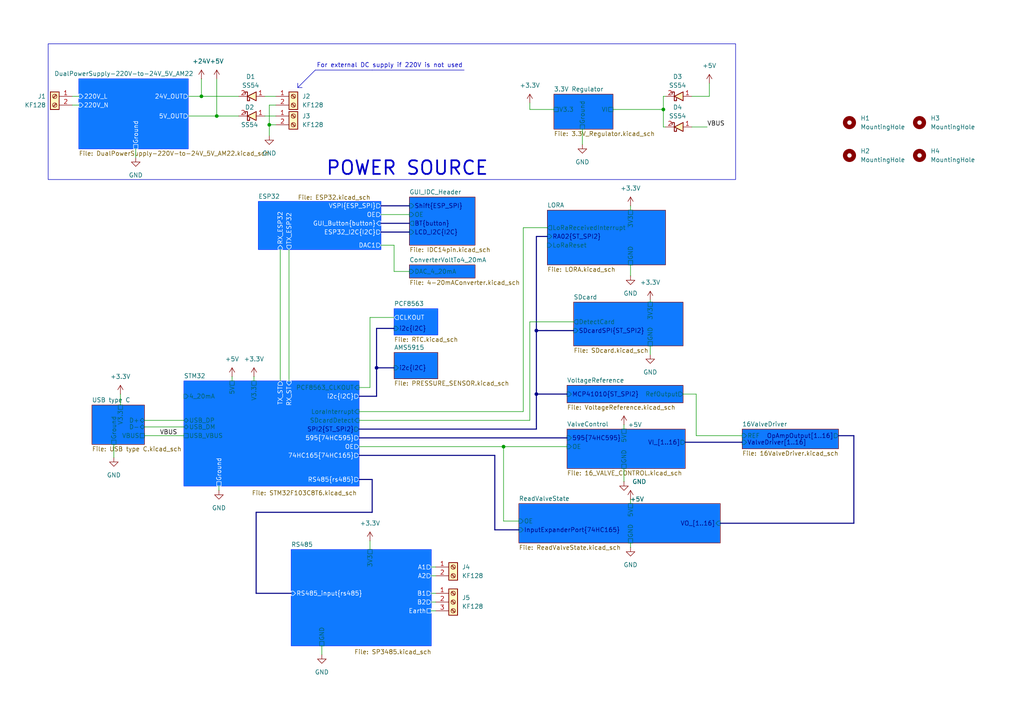
<source format=kicad_sch>
(kicad_sch (version 20231120) (generator "eeschema") (generator_version "8.0")
  (paper "A4")
  (lib_symbols
    (symbol "SpiritBoi_Library:D_Schottky"
      (property "Reference" "D" (at -2.54 2.54 0))
      (property "Value" "D_Schottky" (at 0 -2.54 0))
      (symbol "D_Schottky_0_1"
        (polyline (pts (xy 2.54 1.27) (xy 2.54 -1.27) (xy 0 0) (xy 2.54 1.27)) (stroke (width 0.254)) (fill (type background)))
        (polyline (pts (xy -0.635 0.635) (xy -0.635 1.27) (xy 0 1.27) (xy 0 -1.27) (xy 0.635 -1.27) (xy 0.635 -0.635)) (stroke (width 0.254)))
      )
      (symbol "D_Schottky_1_1"
        (pin passive line (at 5.08 0 180) (length 2.54) (name "") (number "1"))
        (pin passive line (at -2.54 0 0) (length 2.54) (name "") (number "2"))
      )
    )
    (symbol "SpiritBoi_Library:MountingHole" (pin_names (offset 1.016))
      (property "Reference" "H" (at 0 5.08 0))
      (property "Value" "MountingHole" (at 0 3.175 0))
      (symbol "MountingHole_0_1"
        (circle (center 0 0) (radius 1.27) (stroke (width 1.27)))
      )
    )
    (symbol "SpiritBoi_Library:Screw_Terminal_01x02" (pin_names (offset 1.016) hide)
      (property "Reference" "J" (at 0 2.54 0))
      (property "Value" "Screw_Terminal_01x02" (at 0 -5.08 0))
      (symbol "Screw_Terminal_01x02_1_1"
        (rectangle (start -1.27 1.27) (end 1.27 -3.81) (stroke (width 0.254)) (fill (type background)))
        (circle (center 0 -2.54) (radius 0.635) (stroke (width 0.1524)))
        (polyline (pts (xy -0.5334 -2.2098) (xy 0.3302 -3.048)) (stroke (width 0.1524)))
        (polyline (pts (xy -0.5334 0.3302) (xy 0.3302 -0.508)) (stroke (width 0.1524)))
        (polyline (pts (xy -0.3556 -2.032) (xy 0.508 -2.8702)) (stroke (width 0.1524)))
        (polyline (pts (xy -0.3556 0.508) (xy 0.508 -0.3302)) (stroke (width 0.1524)))
        (circle (center 0 0) (radius 0.635) (stroke (width 0.1524)))
        (pin passive line (at -5.08 0 0) (length 3.81) (name "Pin_1") (number "1"))
        (pin passive line (at -5.08 -2.54 0) (length 3.81) (name "Pin_2") (number "2"))
      )
    )
    (symbol "SpiritBoi_Library:Screw_Terminal_01x03" (pin_names (offset 1.016) hide)
      (property "Reference" "J" (at 0 5.08 0))
      (property "Value" "Screw_Terminal_01x03" (at 0 -5.08 0))
      (symbol "Screw_Terminal_01x03_1_1"
        (rectangle (start -1.27 3.81) (end 1.27 -3.81) (stroke (width 0.254)) (fill (type background)))
        (circle (center 0 -2.54) (radius 0.635) (stroke (width 0.1524)))
        (polyline (pts (xy -0.5334 -2.2098) (xy 0.3302 -3.048)) (stroke (width 0.1524)))
        (polyline (pts (xy -0.5334 0.3302) (xy 0.3302 -0.508)) (stroke (width 0.1524)))
        (polyline (pts (xy -0.5334 2.8702) (xy 0.3302 2.032)) (stroke (width 0.1524)))
        (polyline (pts (xy -0.3556 -2.032) (xy 0.508 -2.8702)) (stroke (width 0.1524)))
        (polyline (pts (xy -0.3556 0.508) (xy 0.508 -0.3302)) (stroke (width 0.1524)))
        (polyline (pts (xy -0.3556 3.048) (xy 0.508 2.2098)) (stroke (width 0.1524)))
        (circle (center 0 0) (radius 0.635) (stroke (width 0.1524)))
        (circle (center 0 2.54) (radius 0.635) (stroke (width 0.1524)))
        (pin passive line (at -5.08 2.54 0) (length 3.81) (name "Pin_1") (number "1"))
        (pin passive line (at -5.08 0 0) (length 3.81) (name "Pin_2") (number "2"))
        (pin passive line (at -5.08 -2.54 0) (length 3.81) (name "Pin_3") (number "3"))
      )
    )
    (symbol "power:+24V" (power) (pin_numbers hide) (pin_names (offset 0) hide)
      (property "Value" "+24V" (at 0 3.556 0))
      (symbol "+24V_0_1"
        (polyline (pts (xy -0.762 1.27) (xy 0 2.54)))
        (polyline (pts (xy 0 0) (xy 0 2.54)))
        (polyline (pts (xy 0 2.54) (xy 0.762 1.27)))
      )
      (symbol "+24V_1_1"
        (pin power_in line (at 0 0 90) (length 0) (name "~") (number "1"))
      )
    )
    (symbol "power:+3.3V" (power) (pin_numbers hide) (pin_names (offset 0) hide)
      (property "Value" "+3.3V" (at 0 3.556 0))
      (symbol "+3.3V_0_1"
        (polyline (pts (xy -0.762 1.27) (xy 0 2.54)))
        (polyline (pts (xy 0 0) (xy 0 2.54)))
        (polyline (pts (xy 0 2.54) (xy 0.762 1.27)))
      )
      (symbol "+3.3V_1_1"
        (pin power_in line (at 0 0 90) (length 0) (name "~") (number "1"))
      )
    )
    (symbol "power:+5V" (power) (pin_numbers hide) (pin_names (offset 0) hide)
      (property "Value" "+5V" (at 0 3.556 0))
      (symbol "+5V_0_1"
        (polyline (pts (xy -0.762 1.27) (xy 0 2.54)))
        (polyline (pts (xy 0 0) (xy 0 2.54)))
        (polyline (pts (xy 0 2.54) (xy 0.762 1.27)))
      )
      (symbol "+5V_1_1"
        (pin power_in line (at 0 0 90) (length 0) (name "~") (number "1"))
      )
    )
    (symbol "power:GND" (power) (pin_numbers hide) (pin_names (offset 0) hide)
      (property "Value" "GND" (at 0 -3.81 0))
      (symbol "GND_0_1"
        (polyline (pts (xy 0 0) (xy 0 -1.27) (xy 1.27 -1.27) (xy 0 -2.54) (xy -1.27 -1.27) (xy 0 -1.27)))
      )
      (symbol "GND_1_1"
        (pin power_in line (at 0 0 270) (length 0) (name "~") (number "1"))
      )
    )
  )
  (junction (at 155.575 114.3))
  (junction (at 62.865 33.655))
  (junction (at 109.22 106.68))
  (junction (at 78.105 36.195))
  (junction (at 146.05 129.54))
  (junction (at 155.575 95.885))
  (junction (at 58.42 27.94))
  (junction (at 192.405 31.75))
  (wire (pts (xy 76.835 27.94) (xy 80.01 27.94)))
  (wire (pts (xy 180.975 123.19) (xy 180.975 124.46)))
  (wire (pts (xy 81.28 72.39) (xy 81.28 110.49)))
  (wire (pts (xy 54.61 33.655) (xy 62.865 33.655)))
  (wire (pts (xy 67.31 109.22) (xy 67.31 110.49)))
  (wire (pts (xy 33.02 128.905) (xy 33.02 132.715)))
  (wire (pts (xy 104.14 129.54) (xy 146.05 129.54)))
  (wire (pts (xy 180.975 135.89) (xy 180.975 139.7)))
  (wire (pts (xy 34.925 114.3) (xy 34.925 117.475)))
  (wire (pts (xy 200.66 27.94) (xy 205.74 27.94)))
  (wire (pts (xy 62.865 33.655) (xy 69.215 33.655)))
  (bus (pts (xy 104.14 127) (xy 164.465 127)))
  (bus (pts (xy 114.3 95.25) (xy 109.22 95.25)))
  (wire (pts (xy 205.74 27.94) (xy 205.74 24.13)))
  (wire (pts (xy 188.595 86.995) (xy 188.595 87.63)))
  (wire (pts (xy 114.3 92.075) (xy 107.315 92.075)))
  (bus (pts (xy 198.755 128.27) (xy 215.265 128.27)))
  (wire (pts (xy 62.865 22.86) (xy 62.865 33.655)))
  (bus (pts (xy 74.295 148.59) (xy 74.295 172.085)))
  (bus (pts (xy 155.575 68.58) (xy 155.575 95.885)))
  (bus (pts (xy 107.95 148.59) (xy 74.295 148.59)))
  (polyline (pts (xy 86.36 24.13) (xy 86.36 25.4)))
  (wire (pts (xy 58.42 27.94) (xy 69.215 27.94)))
  (bus (pts (xy 155.575 95.885) (xy 155.575 114.3)))
  (wire (pts (xy 166.37 93.345) (xy 153.67 93.345)))
  (wire (pts (xy 41.91 121.92) (xy 53.34 121.92)))
  (wire (pts (xy 114.3 78.74) (xy 118.745 78.74)))
  (bus (pts (xy 243.205 126.365) (xy 247.65 126.365)))
  (bus (pts (xy 110.49 64.77) (xy 118.745 64.77)))
  (wire (pts (xy 110.49 71.12) (xy 114.3 71.12)))
  (bus (pts (xy 114.3 106.68) (xy 109.22 106.68)))
  (wire (pts (xy 146.05 151.13) (xy 146.05 129.54)))
  (bus (pts (xy 155.575 114.3) (xy 155.575 124.46)))
  (wire (pts (xy 146.05 129.54) (xy 164.465 129.54)))
  (wire (pts (xy 153.67 29.845) (xy 153.67 31.75)))
  (wire (pts (xy 150.495 151.13) (xy 146.05 151.13)))
  (bus (pts (xy 110.49 67.31) (xy 118.745 67.31)))
  (polyline (pts (xy 91.44 20.32) (xy 107.95 20.32)))
  (bus (pts (xy 104.14 124.46) (xy 155.575 124.46)))
  (bus (pts (xy 107.95 139.065) (xy 107.95 148.59)))
  (wire (pts (xy 153.67 93.345) (xy 153.67 121.92)))
  (wire (pts (xy 125.095 174.625) (xy 126.365 174.625)))
  (wire (pts (xy 41.91 126.365) (xy 53.34 126.365)))
  (wire (pts (xy 73.66 109.22) (xy 73.66 110.49)))
  (wire (pts (xy 182.88 76.835) (xy 182.88 80.01)))
  (wire (pts (xy 192.405 27.94) (xy 193.04 27.94)))
  (polyline (pts (xy 107.95 20.32) (xy 134.62 20.32)))
  (bus (pts (xy 104.14 132.08) (xy 143.51 132.08)))
  (wire (pts (xy 201.93 114.3) (xy 198.12 114.3)))
  (wire (pts (xy 182.88 59.69) (xy 182.88 60.96)))
  (wire (pts (xy 188.595 100.33) (xy 188.595 102.87)))
  (wire (pts (xy 205.105 36.83) (xy 200.66 36.83)))
  (wire (pts (xy 107.315 156.845) (xy 107.315 159.385)))
  (bus (pts (xy 74.295 172.085) (xy 84.455 172.085)))
  (bus (pts (xy 109.22 95.25) (xy 109.22 106.68)))
  (wire (pts (xy 168.91 37.465) (xy 168.91 41.91)))
  (wire (pts (xy 177.8 31.75) (xy 192.405 31.75)))
  (wire (pts (xy 201.93 126.365) (xy 215.265 126.365)))
  (bus (pts (xy 143.51 153.67) (xy 150.495 153.67)))
  (bus (pts (xy 247.65 151.765) (xy 208.915 151.765)))
  (polyline (pts (xy 86.36 25.4) (xy 87.63 25.4)))
  (wire (pts (xy 192.405 36.83) (xy 193.04 36.83)))
  (wire (pts (xy 39.37 43.18) (xy 39.37 45.72)))
  (wire (pts (xy 54.61 27.94) (xy 58.42 27.94)))
  (wire (pts (xy 83.82 72.39) (xy 83.82 110.49)))
  (wire (pts (xy 125.095 164.465) (xy 126.365 164.465)))
  (wire (pts (xy 201.93 126.365) (xy 201.93 114.3)))
  (wire (pts (xy 41.91 123.825) (xy 53.34 123.825)))
  (wire (pts (xy 107.315 92.075) (xy 107.315 112.395)))
  (bus (pts (xy 155.575 68.58) (xy 158.75 68.58)))
  (bus (pts (xy 247.65 126.365) (xy 247.65 151.765)))
  (wire (pts (xy 158.75 66.04) (xy 151.765 66.04)))
  (wire (pts (xy 78.105 30.48) (xy 78.105 36.195)))
  (wire (pts (xy 153.67 31.75) (xy 160.655 31.75)))
  (wire (pts (xy 20.955 27.94) (xy 22.86 27.94)))
  (wire (pts (xy 20.955 30.48) (xy 22.86 30.48)))
  (bus (pts (xy 155.575 95.885) (xy 166.37 95.885)))
  (wire (pts (xy 63.5 140.97) (xy 63.5 142.24)))
  (wire (pts (xy 93.345 187.325) (xy 93.345 189.865)))
  (bus (pts (xy 143.51 132.08) (xy 143.51 153.67)))
  (bus (pts (xy 109.22 114.935) (xy 104.14 114.935)))
  (wire (pts (xy 153.67 121.92) (xy 104.14 121.92)))
  (wire (pts (xy 125.095 172.085) (xy 126.365 172.085)))
  (wire (pts (xy 182.88 157.48) (xy 182.88 158.75)))
  (wire (pts (xy 78.105 36.195) (xy 78.105 39.37)))
  (wire (pts (xy 58.42 22.86) (xy 58.42 27.94)))
  (wire (pts (xy 151.765 66.04) (xy 151.765 119.38)))
  (wire (pts (xy 151.765 119.38) (xy 104.14 119.38)))
  (wire (pts (xy 192.405 31.75) (xy 192.405 36.83)))
  (wire (pts (xy 80.01 30.48) (xy 78.105 30.48)))
  (bus (pts (xy 109.22 106.68) (xy 109.22 114.935)))
  (wire (pts (xy 192.405 27.94) (xy 192.405 31.75)))
  (wire (pts (xy 114.3 71.12) (xy 114.3 78.74)))
  (wire (pts (xy 78.105 36.195) (xy 80.01 36.195)))
  (wire (pts (xy 107.315 112.395) (xy 104.14 112.395)))
  (bus (pts (xy 104.14 139.065) (xy 107.95 139.065)))
  (wire (pts (xy 125.095 177.165) (xy 126.365 177.165)))
  (wire (pts (xy 182.88 144.78) (xy 182.88 146.05)))
  (wire (pts (xy 76.835 33.655) (xy 80.01 33.655)))
  (wire (pts (xy 110.49 62.23) (xy 118.745 62.23)))
  (polyline (pts (xy 86.36 25.4) (xy 91.44 20.32)))
  (wire (pts (xy 125.095 167.005) (xy 126.365 167.005)))
  (bus (pts (xy 110.49 59.69) (xy 118.745 59.69)))
  (bus (pts (xy 155.575 114.3) (xy 164.465 114.3)))
  (rectangle (start 13.97 12.7) (end 213.36 52.07))
  (text "POWER SOURCE" (at 118.11 48.895 0) (effects (font (size 3.96 3.96) (thickness 0.508) (bold yes))))
  (text "For external DC supply if 220V is not used" (at 113.03 19.05 0) (effects (font (size 1.27 1.27))))
  (label "VBUS" (at 205.105 36.83 0))
  (label "VBUS" (at 51.435 126.365 180))
  (symbol (lib_id "power:+3.3V") (at 188.595 86.995 0) (unit 1)
    (property "Reference" "#PWR019" (effects (hide yes)))
    (property "Value" "+3.3V" (at 188.595 81.915 0))
    (property "Description" "Power symbol creates a global label with name \"+3.3V\"" (effects (hide yes)))
  )
  (symbol (lib_id "SpiritBoi_Library:MountingHole") (at 266.7 35.56 0) (unit 1)
    (property "Reference" "H3" (at 269.875 34.2899 0) (effects (justify left)))
    (property "Value" "MountingHole" (at 269.875 36.8299 0) (effects (justify left)))
    (property "Footprint" "MountingHole:MountingHole_3.2mm_M3" (effects (hide yes)))
    (property "Description" "Mounting Hole without connection" (effects (hide yes)))
  )
  (symbol (lib_id "power:+24V") (at 58.42 22.86 0) (unit 1)
    (property "Reference" "#PWR04" (effects (hide yes)))
    (property "Value" "+24V" (at 58.42 17.78 0))
    (property "Description" "Power symbol creates a global label with name \"+24V\"" (effects (hide yes)))
  )
  (symbol (lib_id "power:+3.3V") (at 73.66 109.22 0) (unit 1)
    (property "Reference" "#PWR07" (effects (hide yes)))
    (property "Value" "+3.3V" (at 73.66 104.14 0))
    (property "Description" "Power symbol creates a global label with name \"+3.3V\"" (effects (hide yes)))
  )
  (symbol (lib_id "SpiritBoi_Library:Screw_Terminal_01x02") (at 85.09 33.655 0) (unit 1)
    (property "Reference" "J3" (at 87.63 33.6549 0) (effects (justify left)))
    (property "Value" "KF128" (at 87.63 36.1949 0) (effects (justify left)))
    (property "Footprint" "SpiritBoi_Footprint_Library:TerminalBlock_bornier-2_P5.08mm" (effects (hide yes)))
    (property "Description" "Generic screw terminal, single row, 01x02, script generated (kicad-library-utils/schlib/autogen/connector/)" (effects (hide yes)))
  )
  (symbol (lib_id "power:GND") (at 33.02 132.715 0) (mirror y) (unit 1)
    (property "Reference" "#PWR01" (effects (hide yes)))
    (property "Value" "GND" (at 33.02 137.795 0))
    (property "Description" "Power symbol creates a global label with name \"GND\" , ground" (effects (hide yes)))
  )
  (symbol (lib_id "power:+5V") (at 62.865 22.86 0) (unit 1)
    (property "Reference" "#PWR05" (effects (hide yes)))
    (property "Value" "+5V" (at 62.865 17.78 0))
    (property "Description" "Power symbol creates a global label with name \"+5V\"" (effects (hide yes)))
  )
  (symbol (lib_id "SpiritBoi_Library:MountingHole") (at 246.38 35.56 0) (unit 1)
    (property "Reference" "H1" (at 249.555 34.2899 0) (effects (justify left)))
    (property "Value" "MountingHole" (at 249.555 36.8299 0) (effects (justify left)))
    (property "Footprint" "MountingHole:MountingHole_3.2mm_M3" (effects (hide yes)))
    (property "Description" "Mounting Hole without connection" (effects (hide yes)))
  )
  (symbol (lib_id "power:+5V") (at 205.74 24.13 0) (unit 1)
    (property "Reference" "#PWR021" (effects (hide yes)))
    (property "Value" "+5V" (at 205.74 19.05 0))
    (property "Description" "Power symbol creates a global label with name \"+5V\"" (effects (hide yes)))
  )
  (symbol (lib_id "SpiritBoi_Library:Screw_Terminal_01x02") (at 131.445 164.465 0) (unit 1)
    (property "Reference" "J4" (at 133.985 164.4649 0) (effects (justify left)))
    (property "Value" "KF128" (at 133.985 167.0049 0) (effects (justify left)))
    (property "Footprint" "SpiritBoi_Footprint_Library:TerminalBlock_bornier-2_P5.08mm" (effects (hide yes)))
    (property "Description" "Generic screw terminal, single row, 01x02, script generated (kicad-library-utils/schlib/autogen/connector/)" (effects (hide yes)))
  )
  (symbol (lib_id "SpiritBoi_Library:Screw_Terminal_01x02") (at 15.875 27.94 0) (mirror y) (unit 1)
    (property "Reference" "J1" (at 13.335 27.9399 0) (effects (justify left)))
    (property "Value" "KF128" (at 13.335 30.4799 0) (effects (justify left)))
    (property "Footprint" "SpiritBoi_Footprint_Library:TerminalBlock_bornier-2_P5.08mm" (effects (hide yes)))
    (property "Description" "Generic screw terminal, single row, 01x02, script generated (kicad-library-utils/schlib/autogen/connector/)" (effects (hide yes)))
  )
  (symbol (lib_id "power:GND") (at 182.88 158.75 0) (unit 1)
    (property "Reference" "#PWR018" (effects (hide yes)))
    (property "Value" "GND" (at 182.88 163.83 0))
    (property "Description" "Power symbol creates a global label with name \"GND\" , ground" (effects (hide yes)))
  )
  (symbol (lib_id "power:GND") (at 188.595 102.87 0) (unit 1)
    (property "Reference" "#PWR020" (effects (hide yes)))
    (property "Value" "GND" (at 188.595 107.95 0))
    (property "Description" "Power symbol creates a global label with name \"GND\" , ground" (effects (hide yes)))
  )
  (symbol (lib_id "power:+3.3V") (at 34.925 114.3 0) (mirror y) (unit 1)
    (property "Reference" "#PWR02" (effects (hide yes)))
    (property "Value" "+3.3V" (at 34.925 109.22 0))
    (property "Description" "Power symbol creates a global label with name \"+3.3V\"" (effects (hide yes)))
  )
  (symbol (lib_id "power:GND") (at 182.88 80.01 0) (unit 1)
    (property "Reference" "#PWR016" (effects (hide yes)))
    (property "Value" "GND" (at 182.88 85.09 0))
    (property "Description" "Power symbol creates a global label with name \"GND\" , ground" (effects (hide yes)))
  )
  (symbol (lib_id "power:+3.3V") (at 182.88 59.69 0) (unit 1)
    (property "Reference" "#PWR015" (effects (hide yes)))
    (property "Value" "+3.3V" (at 182.88 54.61 0))
    (property "Description" "Power symbol creates a global label with name \"+3.3V\"" (effects (hide yes)))
  )
  (symbol (lib_id "power:+5V") (at 180.975 123.19 0) (unit 1)
    (property "Reference" "#PWR013" (effects (hide yes)))
    (property "Value" "+5V" (at 184.15 123.19 0))
    (property "Description" "Power symbol creates a global label with name \"+5V\"" (effects (hide yes)))
  )
  (symbol (lib_id "power:+5V") (at 67.31 109.22 0) (unit 1)
    (property "Reference" "#PWR0125" (effects (hide yes)))
    (property "Value" "+5V" (at 67.31 104.14 0))
    (property "Description" "Power symbol creates a global label with name \"+5V\"" (effects (hide yes)))
  )
  (symbol (lib_id "SpiritBoi_Library:MountingHole") (at 266.7 45.085 0) (unit 1)
    (property "Reference" "H4" (at 269.875 43.8149 0) (effects (justify left)))
    (property "Value" "MountingHole" (at 269.875 46.3549 0) (effects (justify left)))
    (property "Footprint" "MountingHole:MountingHole_3.2mm_M3" (effects (hide yes)))
    (property "Description" "Mounting Hole without connection" (effects (hide yes)))
  )
  (symbol (lib_id "power:GND") (at 63.5 142.24 0) (unit 1)
    (property "Reference" "#PWR06" (effects (hide yes)))
    (property "Value" "GND" (at 63.5 147.32 0))
    (property "Description" "Power symbol creates a global label with name \"GND\" , ground" (effects (hide yes)))
  )
  (symbol (lib_id "SpiritBoi_Library:D_Schottky") (at 71.755 33.655 0) (unit 1)
    (property "Reference" "D2" (at 72.39 31.115 0))
    (property "Value" "SS54" (at 72.39 36.195 0))
    (property "Footprint" "SpiritBoi_Footprint_Library:Package-Diode-D_SMA" (effects (hide yes)))
  )
  (symbol (lib_id "power:+3.3V") (at 107.315 156.845 0) (unit 1)
    (property "Reference" "#PWR010" (effects (hide yes)))
    (property "Value" "+3.3V" (at 107.315 151.765 0))
    (property "Description" "Power symbol creates a global label with name \"+3.3V\"" (effects (hide yes)))
  )
  (symbol (lib_id "power:GND") (at 78.105 39.37 0) (unit 1)
    (property "Reference" "#PWR08" (effects (hide yes)))
    (property "Value" "GND" (at 78.105 44.45 0))
    (property "Description" "Power symbol creates a global label with name \"GND\" , ground" (effects (hide yes)))
  )
  (symbol (lib_id "power:+3.3V") (at 153.67 29.845 0) (unit 1)
    (property "Reference" "#PWR011" (effects (hide yes)))
    (property "Value" "+3.3V" (at 153.67 24.765 0))
    (property "Description" "Power symbol creates a global label with name \"+3.3V\"" (effects (hide yes)))
  )
  (symbol (lib_id "SpiritBoi_Library:MountingHole") (at 246.38 45.085 0) (unit 1)
    (property "Reference" "H2" (at 249.555 43.8149 0) (effects (justify left)))
    (property "Value" "MountingHole" (at 249.555 46.3549 0) (effects (justify left)))
    (property "Footprint" "MountingHole:MountingHole_3.2mm_M3" (effects (hide yes)))
    (property "Description" "Mounting Hole without connection" (effects (hide yes)))
  )
  (symbol (lib_id "power:+5V") (at 182.88 144.78 0) (unit 1)
    (property "Reference" "#PWR017" (effects (hide yes)))
    (property "Value" "+5V" (at 184.785 144.78 0))
    (property "Description" "Power symbol creates a global label with name \"+5V\"" (effects (hide yes)))
  )
  (symbol (lib_id "SpiritBoi_Library:Screw_Terminal_01x03") (at 131.445 174.625 0) (unit 1)
    (property "Reference" "J5" (at 133.985 173.3549 0) (effects (justify left)))
    (property "Value" "KF128" (at 133.985 175.8949 0) (effects (justify left)))
    (property "Footprint" "SpiritBoi_Footprint_Library:TerminalBlock_bornier-3_P5.08mm" (effects (hide yes)))
    (property "Description" "Generic screw terminal, single row, 01x03, script generated (kicad-library-utils/schlib/autogen/connector/)" (effects (hide yes)))
  )
  (symbol (lib_id "power:GND") (at 168.91 41.91 0) (unit 1)
    (property "Reference" "#PWR012" (effects (hide yes)))
    (property "Value" "GND" (at 168.91 46.99 0))
    (property "Description" "Power symbol creates a global label with name \"GND\" , ground" (effects (hide yes)))
  )
  (symbol (lib_id "power:GND") (at 93.345 189.865 0) (unit 1)
    (property "Reference" "#PWR09" (effects (hide yes)))
    (property "Value" "GND" (at 93.345 194.945 0))
    (property "Description" "Power symbol creates a global label with name \"GND\" , ground" (effects (hide yes)))
  )
  (symbol (lib_id "power:GND") (at 180.975 139.7 0) (unit 1)
    (property "Reference" "#PWR014" (effects (hide yes)))
    (property "Value" "GND" (at 185.42 139.7 0))
    (property "Description" "Power symbol creates a global label with name \"GND\" , ground" (effects (hide yes)))
  )
  (symbol (lib_id "SpiritBoi_Library:D_Schottky") (at 195.58 36.83 0) (unit 1)
    (property "Reference" "D4" (at 196.5325 31.115 0))
    (property "Value" "SS54" (at 196.5325 33.655 0))
    (property "Footprint" "SpiritBoi_Footprint_Library:Package-Diode-D_SMA" (effects (hide yes)))
  )
  (symbol (lib_id "SpiritBoi_Library:D_Schottky") (at 195.58 27.94 0) (unit 1)
    (property "Reference" "D3" (at 196.5325 22.225 0))
    (property "Value" "SS54" (at 196.5325 24.765 0))
    (property "Footprint" "SpiritBoi_Footprint_Library:Package-Diode-D_SMA" (effects (hide yes)))
  )
  (symbol (lib_id "SpiritBoi_Library:Screw_Terminal_01x02") (at 85.09 27.94 0) (unit 1)
    (property "Reference" "J2" (at 87.63 27.9399 0) (effects (justify left)))
    (property "Value" "KF128" (at 87.63 30.4799 0) (effects (justify left)))
    (property "Footprint" "SpiritBoi_Footprint_Library:TerminalBlock_bornier-2_P5.08mm" (effects (hide yes)))
    (property "Description" "Generic screw terminal, single row, 01x02, script generated (kicad-library-utils/schlib/autogen/connector/)" (effects (hide yes)))
  )
  (symbol (lib_id "power:GND") (at 39.37 45.72 0) (unit 1)
    (property "Reference" "#PWR03" (effects (hide yes)))
    (property "Value" "GND" (at 39.37 50.8 0))
    (property "Description" "Power symbol creates a global label with name \"GND\" , ground" (effects (hide yes)))
  )
  (symbol (lib_id "SpiritBoi_Library:D_Schottky") (at 71.755 27.94 0) (unit 1)
    (property "Reference" "D1" (at 72.7075 22.225 0))
    (property "Value" "SS54" (at 72.7075 24.765 0))
    (property "Footprint" "SpiritBoi_Footprint_Library:Package-Diode-D_SMA" (effects (hide yes)))
  )
  (sheet (at 118.745 57.15) (size 19.05 13.97) (stroke (width 0.1524)) (fill (color 15 122 255 1.0000))
    (property "Sheetname" "GUI_IDC_Header" (at 118.745 56.4384 0) (effects (justify left bottom)))
    (property "Sheetfile" "IDC14pin.kicad_sch" (at 118.745 71.7046 0) (effects (justify left top)))
    (pin "Shift{ESP_SPI}" input (at 118.745 59.69 180))
    (pin "LCD_I2C{I2C}" input (at 118.745 67.31 180))
    (pin "OE" input (at 118.745 62.23 180))
    (pin "BT{button}" output (at 118.745 64.77 180))
  )
  (sheet (at 166.37 87.63) (size 31.75 12.7) (stroke (width 0.1524)) (fill (color 15 122 255 1.0000))
    (property "Sheetname" "SDcard" (at 166.37 86.9184 0) (effects (justify left bottom)))
    (property "Sheetfile" "SDcard.kicad_sch" (at 166.37 100.9146 0) (effects (justify left top)))
    (pin "3V3" passive (at 188.595 87.63 90))
    (pin "GND" passive (at 188.595 100.33 270))
    (pin "SDcardSPI{ST_SPI2}" input (at 166.37 95.885 180))
    (pin "DetectCard" output (at 166.37 93.345 180))
  )
  (sheet (at 215.265 124.46) (size 27.94 5.715) (stroke (width 0.1524)) (fill (color 15 122 255 1.0000))
    (property "Sheetname" "16ValveDriver" (at 215.265 123.7484 0) (effects (justify left bottom)))
    (property "Sheetfile" "16ValveDriver.kicad_sch" (at 215.265 130.7596 0) (effects (justify left top)))
    (pin "ValveDriver[1..16]" input (at 215.265 128.27 180))
    (pin "REF" input (at 215.265 126.365 180))
    (pin "OpAmpOutput[1..16]" output (at 243.205 126.365 0))
  )
  (sheet (at 22.86 22.86) (size 31.75 20.32) (stroke (width 0.1524) (color 12 42 255 1)) (fill (color 15 122 255 1.0000))
    (property "Sheetname" "DualPowerSupply-220V-to-24V_5V_AM22" (at 15.748 22.098 0) (effects (justify left bottom)))
    (property "Sheetfile" "DualPowerSupply-220V-to-24V_5V_AM22.kicad_sch" (at 22.86 43.7646 0) (effects (justify left top)))
    (pin "220V_L" input (at 22.86 27.94 180))
    (pin "220V_N" input (at 22.86 30.48 180))
    (pin "24V_OUT" output (at 54.61 27.94 0))
    (pin "Ground" passive (at 39.37 43.18 270))
    (pin "5V_OUT" output (at 54.61 33.655 0))
  )
  (sheet (at 114.3 89.535) (size 12.7 7.62) (stroke (width 0.1524) (color 12 42 255 1)) (fill (color 15 122 255 1.0000))
    (property "Sheetname" "PCF8563" (at 114.3 88.8234 0) (effects (justify left bottom)))
    (property "Sheetfile" "RTC.kicad_sch" (at 114.3 97.7396 0) (effects (justify left top)))
    (pin "CLKOUT" output (at 114.3 92.075 180))
    (pin "i2c{I2C}" input (at 114.3 95.25 180))
  )
  (sheet (at 84.455 159.385) (size 40.64 27.94) (stroke (width 0.1524) (color 12 42 255 1)) (fill (color 15 122 255 1.0000))
    (property "Sheetname" "RS485" (at 84.455 158.6734 0) (effects (justify left bottom)))
    (property "Sheetfile" "SP3485.kicad_sch" (at 102.743 188.341 0) (effects (justify left top)))
    (pin "A1" output (at 125.095 164.465 0))
    (pin "A2" output (at 125.095 167.005 0))
    (pin "B1" output (at 125.095 172.085 0))
    (pin "Earth" passive (at 125.095 177.165 0))
    (pin "B2" output (at 125.095 174.625 0))
    (pin "RS485_input{rs485}" input (at 84.455 172.085 180))
    (pin "GND" passive (at 93.345 187.325 270))
    (pin "3V3" passive (at 107.315 159.385 90))
  )
  (sheet (at 74.93 58.42) (size 35.56 13.97) (stroke (width 0.1524) (color 12 42 255 1)) (fill (color 15 122 255 1.0000))
    (property "Sheetname" "ESP32" (at 74.93 57.7084 0) (effects (justify left bottom)))
    (property "Sheetfile" "ESP32.kicad_sch" (at 86.36 56.515 0) (effects (justify left top)))
    (pin "RX_ESP32" input (at 81.28 72.39 270))
    (pin "TX_ESP32" output (at 83.82 72.39 270))
    (pin "DAC1" output (at 110.49 71.12 0))
    (pin "OE" output (at 110.49 62.23 0))
    (pin "ESP32_I2C{I2C}" output (at 110.49 67.31 0))
    (pin "VSPI{ESP_SPI}" output (at 110.49 59.69 0))
    (pin "GUI_Button{button}" input (at 110.49 64.77 0))
  )
  (sheet (at 150.495 146.05) (size 58.42 11.43) (stroke (width 0.1524)) (fill (color 15 122 255 1.0000))
    (property "Sheetname" "ReadValveState" (at 150.495 145.3384 0) (effects (justify left bottom)))
    (property "Sheetfile" "ReadValveState.kicad_sch" (at 150.495 158.0646 0) (effects (justify left top)))
    (pin "GND" passive (at 182.88 157.48 270))
    (pin "OE" input (at 150.495 151.13 180))
    (pin "VO_[1..16]" input (at 208.915 151.765 0))
    (pin "InputExpanderPort{74HC165}" input (at 150.495 153.67 180))
    (pin "5V" passive (at 182.88 146.05 90))
  )
  (sheet (at 164.465 111.76) (size 33.655 5.08) (stroke (width 0.1524)) (fill (color 15 122 255 1.0000))
    (property "Sheetname" "VoltageReference" (at 164.465 111.0484 0) (effects (justify left bottom)))
    (property "Sheetfile" "VoltageReference.kicad_sch" (at 164.465 117.4246 0) (effects (justify left top)))
    (pin "RefOutput" output (at 198.12 114.3 0))
    (pin "MCP41010{ST_SPI2}" input (at 164.465 114.3 180))
  )
  (sheet (at 160.655 27.305) (size 17.145 10.16) (stroke (width 0.1524)) (fill (color 15 122 255 1.0000))
    (property "Sheetname" "3.3V Regulator" (at 160.655 26.5934 0) (effects (justify left bottom)))
    (property "Sheetfile" "3.3V_Regulator.kicad_sch" (at 160.655 38.0496 0) (effects (justify left top)))
    (pin "VI" passive (at 177.8 31.75 0))
    (pin "V3.3" passive (at 160.655 31.75 180))
    (pin "Ground" passive (at 168.91 37.465 270))
  )
  (sheet (at 118.745 76.835) (size 19.05 3.81) (stroke (width 0.1524)) (fill (color 15 122 255 1.0000))
    (property "Sheetname" "ConverterVoltTo4_20mA" (at 118.745 76.1234 0) (effects (justify left bottom)))
    (property "Sheetfile" "4-20mAConverter.kicad_sch" (at 118.745 81.2296 0) (effects (justify left top)))
    (pin "DAC_4_20mA" input (at 118.745 78.74 180))
  )
  (sheet (at 53.34 110.49) (size 50.8 30.48) (stroke (width 0.1524) (color 12 42 255 1)) (fill (color 15 122 255 1.0000))
    (property "Sheetname" "STM32" (at 53.34 109.7784 0) (effects (justify left bottom)))
    (property "Sheetfile" "STM32F103C8T6.kicad_sch" (at 73.025 142.24 0) (effects (justify left top)))
    (pin "Ground" passive (at 63.5 140.97 270))
    (pin "RX_ST" input (at 83.82 110.49 90))
    (pin "TX_ST" output (at 81.28 110.49 90))
    (pin "OE" output (at 104.14 129.54 0))
    (pin "i2c{I2C}" output (at 104.14 114.935 0))
    (pin "595{74HC595}" output (at 104.14 127 0))
    (pin "74HC165{74HC165}" output (at 104.14 132.08 0))
    (pin "RS485{rs485}" output (at 104.14 139.065 0))
    (pin "USB_DM" bidirectional (at 53.34 123.825 180))
    (pin "USB_DP" bidirectional (at 53.34 121.92 180))
    (pin "V3.3" passive (at 73.66 110.49 90))
    (pin "USB_VBUS" passive (at 53.34 126.365 180))
    (pin "PCF8563_CLKOUT" input (at 104.14 112.395 0))
    (pin "SPI2{ST_SPI2}" output (at 104.14 124.46 0))
    (pin "SDcardDetect" input (at 104.14 121.92 0))
    (pin "4_20mA" input (at 53.34 114.935 180))
    (pin "LoraInterrupt" input (at 104.14 119.38 0))
    (pin "5V" passive (at 67.31 110.49 90))
  )
  (sheet (at 26.67 117.475) (size 15.24 11.43) (stroke (width 0.1524)) (fill (color 15 122 255 1.0000))
    (property "Sheetname" "USB type C" (at 26.67 116.7634 0) (effects (justify left bottom)))
    (property "Sheetfile" "USB type C.kicad_sch" (at 26.67 129.4896 0) (effects (justify left top)))
    (pin "V3.3" passive (at 34.925 117.475 90))
    (pin "D-" bidirectional (at 41.91 123.825 0))
    (pin "Ground" passive (at 33.02 128.905 270))
    (pin "VBUS" passive (at 41.91 126.365 0))
    (pin "D+" bidirectional (at 41.91 121.92 0))
  )
  (sheet (at 114.3 102.235) (size 12.7 7.62) (stroke (width 0.1524)) (fill (color 15 122 255 1.0000))
    (property "Sheetname" "AMS5915" (at 114.3 101.5234 0) (effects (justify left bottom)))
    (property "Sheetfile" "PRESSURE_SENSOR.kicad_sch" (at 114.3 110.4396 0) (effects (justify left top)))
    (pin "i2c{I2C}" input (at 114.3 106.68 180))
  )
  (sheet (at 158.75 60.96) (size 34.29 15.875) (stroke (width 0.1524)) (fill (color 15 122 255 1.0000))
    (property "Sheetname" "LORA" (at 158.75 60.2484 0) (effects (justify left bottom)))
    (property "Sheetfile" "LORA.kicad_sch" (at 158.75 77.4196 0) (effects (justify left top)))
    (pin "GND" passive (at 182.88 76.835 270))
    (pin "3V3" passive (at 182.88 60.96 90))
    (pin "RA02{ST_SPI2}" input (at 158.75 68.58 180))
    (pin "LoRaReset" input (at 158.75 71.12 180))
    (pin "LoRaReceivedInterrupt" output (at 158.75 66.04 180))
  )
  (sheet (at 164.465 124.46) (size 34.29 11.43) (stroke (width 0.1524)) (fill (color 15 122 255 1.0000))
    (property "Sheetname" "ValveControl" (at 164.465 123.7484 0) (effects (justify left bottom)))
    (property "Sheetfile" "16_VALVE_CONTROL.kicad_sch" (at 164.465 136.4746 0) (effects (justify left top)))
    (pin "595{74HC595}" input (at 164.465 127 180))
    (pin "VI_[1..16]" output (at 198.755 128.27 0))
    (pin "OE" input (at 164.465 129.54 180))
    (pin "GND" passive (at 180.975 135.89 270))
    (pin "5V" passive (at 180.975 124.46 90))
  )
)
</source>
